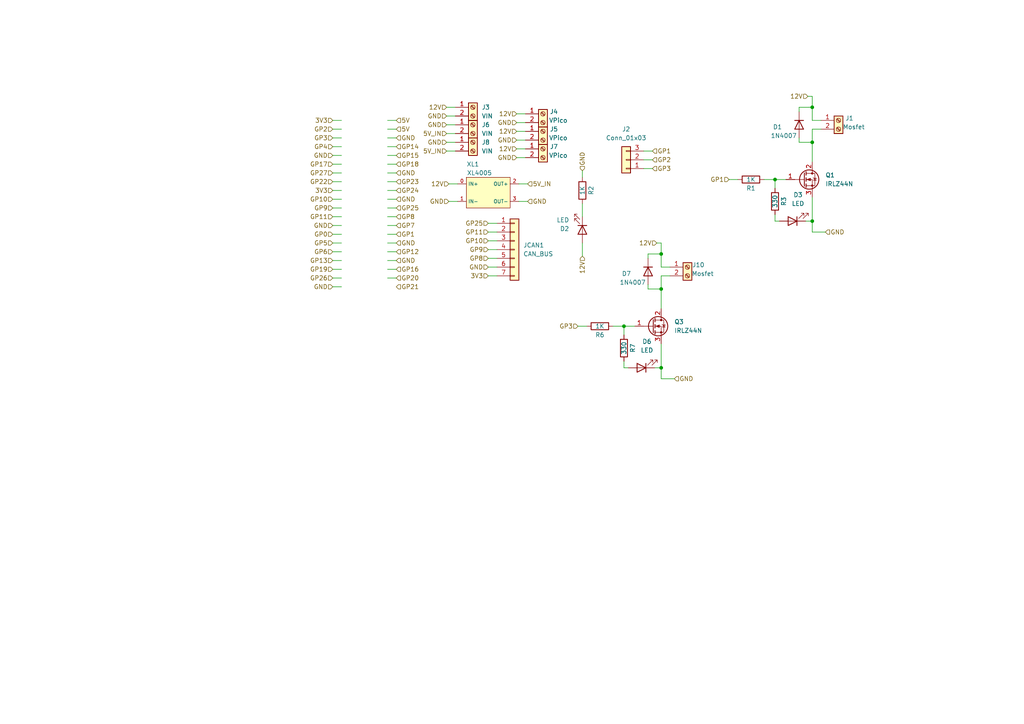
<source format=kicad_sch>
(kicad_sch (version 20250114) (generator "eeschema") (generator_version "9.0")
  (paper "A4")
  (lib_symbols
    (symbol "Connector:Screw_Terminal_01x02" (pin_names (offset 1.016) (hide yes))
      (property "Reference" "J" (at 0 2.54 0))
      (property "Value" "Screw_Terminal_01x02" (at 0 -5.08 0))
      (symbol "Screw_Terminal_01x02_1_1"
        (rectangle (start -1.27 1.27) (end 1.27 -3.81) (stroke (width 0.254)) (fill (type background)))
        (polyline (pts (xy -0.5334 0.3302) (xy 0.3302 -0.508)) (stroke (width 0.1524)))
        (polyline (pts (xy -0.5334 -2.2098) (xy 0.3302 -3.048)) (stroke (width 0.1524)))
        (polyline (pts (xy -0.3556 0.508) (xy 0.508 -0.3302)) (stroke (width 0.1524)))
        (polyline (pts (xy -0.3556 -2.032) (xy 0.508 -2.8702)) (stroke (width 0.1524)))
        (circle (center 0 0) (radius 0.635) (stroke (width 0.1524)))
        (circle (center 0 -2.54) (radius 0.635) (stroke (width 0.1524)))
        (pin passive line (at -5.08 0 0) (length 3.81) (name "Pin_1") (number "1"))
        (pin passive line (at -5.08 -2.54 0) (length 3.81) (name "Pin_2") (number "2"))
      )
    )
    (symbol "Connector_Generic:Conn_01x03" (pin_names (offset 1.016) (hide yes))
      (property "Reference" "J" (at 0 5.08 0))
      (property "Value" "Conn_01x03" (at 0 -5.08 0))
      (symbol "Conn_01x03_1_1"
        (rectangle (start -1.27 3.81) (end 1.27 -3.81) (stroke (width 0.254)) (fill (type background)))
        (rectangle (start -1.27 2.667) (end 0 2.413) (stroke (width 0.1524)))
        (rectangle (start -1.27 0.127) (end 0 -0.127) (stroke (width 0.1524)))
        (rectangle (start -1.27 -2.413) (end 0 -2.667) (stroke (width 0.1524)))
        (pin passive line (at -5.08 2.54 0) (length 3.81) (name "Pin_1") (number "1"))
        (pin passive line (at -5.08 0 0) (length 3.81) (name "Pin_2") (number "2"))
        (pin passive line (at -5.08 -2.54 0) (length 3.81) (name "Pin_3") (number "3"))
      )
    )
    (symbol "Connector_Generic:Conn_01x07" (pin_names (offset 1.016) (hide yes))
      (property "Reference" "J" (at 0 10.16 0))
      (property "Value" "Conn_01x07" (at 0 -10.16 0))
      (symbol "Conn_01x07_1_1"
        (rectangle (start -1.27 8.89) (end 1.27 -8.89) (stroke (width 0.254)) (fill (type background)))
        (rectangle (start -1.27 7.747) (end 0 7.493) (stroke (width 0.1524)))
        (rectangle (start -1.27 5.207) (end 0 4.953) (stroke (width 0.1524)))
        (rectangle (start -1.27 2.667) (end 0 2.413) (stroke (width 0.1524)))
        (rectangle (start -1.27 0.127) (end 0 -0.127) (stroke (width 0.1524)))
        (rectangle (start -1.27 -2.413) (end 0 -2.667) (stroke (width 0.1524)))
        (rectangle (start -1.27 -4.953) (end 0 -5.207) (stroke (width 0.1524)))
        (rectangle (start -1.27 -7.493) (end 0 -7.747) (stroke (width 0.1524)))
        (pin passive line (at -5.08 7.62 0) (length 3.81) (name "Pin_1") (number "1"))
        (pin passive line (at -5.08 5.08 0) (length 3.81) (name "Pin_2") (number "2"))
        (pin passive line (at -5.08 2.54 0) (length 3.81) (name "Pin_3") (number "3"))
        (pin passive line (at -5.08 0 0) (length 3.81) (name "Pin_4") (number "4"))
        (pin passive line (at -5.08 -2.54 0) (length 3.81) (name "Pin_5") (number "5"))
        (pin passive line (at -5.08 -5.08 0) (length 3.81) (name "Pin_6") (number "6"))
        (pin passive line (at -5.08 -7.62 0) (length 3.81) (name "Pin_7") (number "7"))
      )
    )
    (symbol "Custom_Boards:XL4005_Step_Down"
      (property "Reference" "XL" (at -4.826 7.366 0))
      (property "Value" "XL4005" (at -2.54 5.334 0))
      (symbol "XL4005_Step_Down_1_1"
        (rectangle (start -6.35 4.445) (end 6.35 -4.445) (fill (type background)))
        (pin input line (at -8.89 2.54 0) (length 2.54) (name "IN+") (number "0"))
        (pin input line (at -8.89 -2.54 0) (length 2.54) (name "IN-") (number "1"))
        (pin input line (at 8.89 2.54 180) (length 2.54) (name "OUT+") (number "2"))
        (pin input line (at 8.89 -2.54 180) (length 2.54) (name "OUT-") (number "3"))
      )
    )
    (symbol "Device:LED" (pin_numbers (hide yes)) (pin_names (offset 1.016) (hide yes))
      (property "Reference" "D" (at 0 2.54 0))
      (property "Value" "LED" (at 0 -2.54 0))
      (symbol "LED_0_1"
        (polyline (pts (xy -3.048 -0.762) (xy -4.572 -2.286) (xy -3.81 -2.286) (xy -4.572 -2.286) (xy -4.572 -1.524)))
        (polyline (pts (xy -1.778 -0.762) (xy -3.302 -2.286) (xy -2.54 -2.286) (xy -3.302 -2.286) (xy -3.302 -1.524)))
        (polyline (pts (xy -1.27 0) (xy 1.27 0)))
        (polyline (pts (xy -1.27 -1.27) (xy -1.27 1.27)) (stroke (width 0.254)))
        (polyline (pts (xy 1.27 -1.27) (xy 1.27 1.27) (xy -1.27 0) (xy 1.27 -1.27)) (stroke (width 0.254)))
      )
      (symbol "LED_1_1"
        (pin passive line (at -3.81 0 0) (length 2.54) (name "K") (number "1"))
        (pin passive line (at 3.81 0 180) (length 2.54) (name "A") (number "2"))
      )
    )
    (symbol "Device:R" (pin_numbers (hide yes)) (pin_names (offset 0))
      (property "Reference" "R" (at 2.032 0 90))
      (property "Value" "R" (at 0 0 90))
      (symbol "R_0_1"
        (rectangle (start -1.016 -2.54) (end 1.016 2.54) (stroke (width 0.254)))
      )
      (symbol "R_1_1"
        (pin passive line (at 0 3.81 270) (length 1.27) (name "~") (number "1"))
        (pin passive line (at 0 -3.81 90) (length 1.27) (name "~") (number "2"))
      )
    )
    (symbol "Diode:1N4007" (pin_numbers (hide yes)) (pin_names (hide yes))
      (property "Reference" "D" (at 0 2.54 0))
      (property "Value" "1N4007" (at 0 -2.54 0))
      (symbol "1N4007_0_1"
        (polyline (pts (xy -1.27 1.27) (xy -1.27 -1.27)) (stroke (width 0.254)))
        (polyline (pts (xy 1.27 1.27) (xy 1.27 -1.27) (xy -1.27 0) (xy 1.27 1.27)) (stroke (width 0.254)))
        (polyline (pts (xy 1.27 0) (xy -1.27 0)))
      )
      (symbol "1N4007_1_1"
        (pin passive line (at -3.81 0 0) (length 2.54) (name "K") (number "1"))
        (pin passive line (at 3.81 0 180) (length 2.54) (name "A") (number "2"))
      )
    )
    (symbol "Transistor_FET:IRLZ44N" (pin_names (hide yes))
      (property "Reference" "Q" (at 5.08 1.905 0))
      (property "Value" "IRLZ44N" (at 5.08 0 0))
      (symbol "IRLZ44N_0_1"
        (polyline (pts (xy 0.254 1.905) (xy 0.254 -1.905)) (stroke (width 0.254)))
        (polyline (pts (xy 0.254 0) (xy -2.54 0)))
        (polyline (pts (xy 0.762 2.286) (xy 0.762 1.27)) (stroke (width 0.254)))
        (polyline (pts (xy 0.762 0.508) (xy 0.762 -0.508)) (stroke (width 0.254)))
        (polyline (pts (xy 0.762 -1.27) (xy 0.762 -2.286)) (stroke (width 0.254)))
        (polyline (pts (xy 0.762 -1.778) (xy 3.302 -1.778) (xy 3.302 1.778) (xy 0.762 1.778)))
        (polyline (pts (xy 1.016 0) (xy 2.032 0.381) (xy 2.032 -0.381) (xy 1.016 0)) (fill (type outline)))
        (circle (center 1.651 0) (radius 2.794) (stroke (width 0.254)))
        (polyline (pts (xy 2.54 2.54) (xy 2.54 1.778)))
        (circle (center 2.54 1.778) (radius 0.254) (fill (type outline)))
        (circle (center 2.54 -1.778) (radius 0.254) (fill (type outline)))
        (polyline (pts (xy 2.54 -2.54) (xy 2.54 0) (xy 0.762 0)))
        (polyline (pts (xy 2.794 0.508) (xy 2.921 0.381) (xy 3.683 0.381) (xy 3.81 0.254)))
        (polyline (pts (xy 3.302 0.381) (xy 2.921 -0.254) (xy 3.683 -0.254) (xy 3.302 0.381)))
      )
      (symbol "IRLZ44N_1_1"
        (pin input line (at -5.08 0 0) (length 2.54) (name "G") (number "1"))
        (pin passive line (at 2.54 5.08 270) (length 2.54) (name "D") (number "2"))
        (pin passive line (at 2.54 -5.08 90) (length 2.54) (name "S") (number "3"))
      )
    )
  )
  (junction (at 180.975 94.615))
  (junction (at 191.77 83.82))
  (junction (at 191.77 106.68))
  (junction (at 224.79 52.07))
  (junction (at 235.585 64.135))
  (junction (at 235.585 41.275))
  (junction (at 191.77 73.66))
  (junction (at 235.585 31.115))
  (wire (pts (xy 99.06 73.025) (xy 96.52 73.025)))
  (wire (pts (xy 141.605 69.85) (xy 144.145 69.85)))
  (wire (pts (xy 191.77 83.82) (xy 191.77 89.535)))
  (wire (pts (xy 168.91 62.865) (xy 168.91 59.055)))
  (wire (pts (xy 99.06 62.865) (xy 96.52 62.865)))
  (wire (pts (xy 190.5 70.485) (xy 191.77 70.485)))
  (wire (pts (xy 112.395 73.025) (xy 114.935 73.025)))
  (wire (pts (xy 99.06 57.785) (xy 96.52 57.785)))
  (wire (pts (xy 112.395 40.005) (xy 114.935 40.005)))
  (wire (pts (xy 235.585 31.115) (xy 235.585 34.925)))
  (wire (pts (xy 167.64 94.615) (xy 170.18 94.615)))
  (wire (pts (xy 177.8 94.615) (xy 180.975 94.615)))
  (wire (pts (xy 129.54 41.275) (xy 132.08 41.275)))
  (wire (pts (xy 99.06 78.105) (xy 96.52 78.105)))
  (wire (pts (xy 149.86 43.18) (xy 152.4 43.18)))
  (wire (pts (xy 191.77 80.01) (xy 191.77 83.82)))
  (wire (pts (xy 112.395 34.925) (xy 114.935 34.925)))
  (wire (pts (xy 141.605 67.31) (xy 144.145 67.31)))
  (wire (pts (xy 141.605 72.39) (xy 144.145 72.39)))
  (wire (pts (xy 99.06 50.165) (xy 96.52 50.165)))
  (wire (pts (xy 130.175 53.34) (xy 132.715 53.34)))
  (wire (pts (xy 238.125 37.465) (xy 235.585 37.465)))
  (wire (pts (xy 235.585 27.94) (xy 235.585 31.115)))
  (wire (pts (xy 168.91 49.53) (xy 168.91 51.435)))
  (wire (pts (xy 129.54 43.815) (xy 132.08 43.815)))
  (wire (pts (xy 149.86 45.72) (xy 152.4 45.72)))
  (wire (pts (xy 112.395 47.625) (xy 114.935 47.625)))
  (wire (pts (xy 187.96 74.93) (xy 187.96 73.66)))
  (wire (pts (xy 99.06 52.705) (xy 96.52 52.705)))
  (wire (pts (xy 189.865 106.68) (xy 191.77 106.68)))
  (wire (pts (xy 112.395 62.865) (xy 114.935 62.865)))
  (wire (pts (xy 180.975 94.615) (xy 184.15 94.615)))
  (wire (pts (xy 235.585 41.275) (xy 235.585 46.99)))
  (wire (pts (xy 231.775 41.275) (xy 235.585 41.275)))
  (wire (pts (xy 112.395 50.165) (xy 114.935 50.165)))
  (wire (pts (xy 141.605 77.47) (xy 144.145 77.47)))
  (wire (pts (xy 112.395 70.485) (xy 114.935 70.485)))
  (wire (pts (xy 112.395 37.465) (xy 114.935 37.465)))
  (wire (pts (xy 191.77 70.485) (xy 191.77 73.66)))
  (wire (pts (xy 99.06 65.405) (xy 96.52 65.405)))
  (wire (pts (xy 186.69 46.355) (xy 189.23 46.355)))
  (wire (pts (xy 99.06 42.545) (xy 96.52 42.545)))
  (wire (pts (xy 149.86 35.56) (xy 152.4 35.56)))
  (wire (pts (xy 99.06 70.485) (xy 96.52 70.485)))
  (wire (pts (xy 99.06 80.645) (xy 96.52 80.645)))
  (wire (pts (xy 191.77 109.855) (xy 191.77 106.68)))
  (wire (pts (xy 112.395 57.785) (xy 114.935 57.785)))
  (wire (pts (xy 112.395 65.405) (xy 114.935 65.405)))
  (wire (pts (xy 129.54 31.115) (xy 132.08 31.115)))
  (wire (pts (xy 187.96 83.82) (xy 191.77 83.82)))
  (wire (pts (xy 186.69 48.895) (xy 189.23 48.895)))
  (wire (pts (xy 180.975 94.615) (xy 180.975 97.155)))
  (wire (pts (xy 112.395 55.245) (xy 114.935 55.245)))
  (wire (pts (xy 187.96 73.66) (xy 191.77 73.66)))
  (wire (pts (xy 99.06 60.325) (xy 96.52 60.325)))
  (wire (pts (xy 99.06 40.005) (xy 96.52 40.005)))
  (wire (pts (xy 231.775 40.005) (xy 231.775 41.275)))
  (wire (pts (xy 99.06 47.625) (xy 96.52 47.625)))
  (wire (pts (xy 99.06 55.245) (xy 96.52 55.245)))
  (wire (pts (xy 112.395 78.105) (xy 114.935 78.105)))
  (wire (pts (xy 112.395 75.565) (xy 114.935 75.565)))
  (wire (pts (xy 141.605 74.93) (xy 144.145 74.93)))
  (wire (pts (xy 191.77 106.68) (xy 191.77 99.695)))
  (wire (pts (xy 233.68 64.135) (xy 235.585 64.135)))
  (wire (pts (xy 149.86 40.64) (xy 152.4 40.64)))
  (wire (pts (xy 194.31 80.01) (xy 191.77 80.01)))
  (wire (pts (xy 99.06 45.085) (xy 96.52 45.085)))
  (wire (pts (xy 235.585 34.925) (xy 238.125 34.925)))
  (wire (pts (xy 224.79 52.07) (xy 227.965 52.07)))
  (wire (pts (xy 195.58 109.855) (xy 191.77 109.855)))
  (wire (pts (xy 99.06 37.465) (xy 96.52 37.465)))
  (wire (pts (xy 99.06 67.945) (xy 96.52 67.945)))
  (wire (pts (xy 99.06 75.565) (xy 96.52 75.565)))
  (wire (pts (xy 150.495 53.34) (xy 153.035 53.34)))
  (wire (pts (xy 224.79 64.135) (xy 224.79 62.23)))
  (wire (pts (xy 234.315 27.94) (xy 235.585 27.94)))
  (wire (pts (xy 180.975 106.68) (xy 180.975 104.775)))
  (wire (pts (xy 112.395 67.945) (xy 114.935 67.945)))
  (wire (pts (xy 191.77 73.66) (xy 191.77 77.47)))
  (wire (pts (xy 191.77 77.47) (xy 194.31 77.47)))
  (wire (pts (xy 112.395 52.705) (xy 114.935 52.705)))
  (wire (pts (xy 129.54 38.735) (xy 132.08 38.735)))
  (wire (pts (xy 112.395 45.085) (xy 114.935 45.085)))
  (wire (pts (xy 187.96 82.55) (xy 187.96 83.82)))
  (wire (pts (xy 168.91 74.295) (xy 168.91 70.485)))
  (wire (pts (xy 112.395 60.325) (xy 114.935 60.325)))
  (wire (pts (xy 235.585 64.135) (xy 235.585 57.15)))
  (wire (pts (xy 231.775 32.385) (xy 231.775 31.115)))
  (wire (pts (xy 112.395 80.645) (xy 114.935 80.645)))
  (wire (pts (xy 182.245 106.68) (xy 180.975 106.68)))
  (wire (pts (xy 149.86 38.1) (xy 152.4 38.1)))
  (wire (pts (xy 235.585 37.465) (xy 235.585 41.275)))
  (wire (pts (xy 99.06 83.185) (xy 96.52 83.185)))
  (wire (pts (xy 141.605 64.77) (xy 144.145 64.77)))
  (wire (pts (xy 226.06 64.135) (xy 224.79 64.135)))
  (wire (pts (xy 149.86 33.02) (xy 152.4 33.02)))
  (wire (pts (xy 129.54 36.195) (xy 132.08 36.195)))
  (wire (pts (xy 231.775 31.115) (xy 235.585 31.115)))
  (wire (pts (xy 141.605 80.01) (xy 144.145 80.01)))
  (wire (pts (xy 235.585 67.31) (xy 235.585 64.135)))
  (wire (pts (xy 99.06 34.925) (xy 96.52 34.925)))
  (wire (pts (xy 186.69 43.815) (xy 189.23 43.815)))
  (wire (pts (xy 150.495 58.42) (xy 153.035 58.42)))
  (wire (pts (xy 224.79 52.07) (xy 224.79 54.61)))
  (wire (pts (xy 221.615 52.07) (xy 224.79 52.07)))
  (wire (pts (xy 130.175 58.42) (xy 132.715 58.42)))
  (wire (pts (xy 112.395 42.545) (xy 114.935 42.545)))
  (wire (pts (xy 239.395 67.31) (xy 235.585 67.31)))
  (wire (pts (xy 129.54 33.655) (xy 132.08 33.655)))
  (wire (pts (xy 211.455 52.07) (xy 213.995 52.07)))
  (hierarchical_label "GND" (shape input) (at 114.935 50.165 0))
  (hierarchical_label "GP21" (shape input) (at 114.935 83.185 0))
  (hierarchical_label "GP27" (shape input) (at 96.52 50.165 180))
  (hierarchical_label "GND" (shape input) (at 141.605 77.47 180))
  (hierarchical_label "GP17" (shape input) (at 96.52 47.625 180))
  (hierarchical_label "GP10" (shape input) (at 96.52 57.785 180))
  (hierarchical_label "3V3" (shape input) (at 141.605 80.01 180))
  (hierarchical_label "12V" (shape input) (at 168.91 74.295 270))
  (hierarchical_label "12V" (shape input) (at 234.315 27.94 180))
  (hierarchical_label "GP1" (shape input) (at 211.455 52.07 180))
  (hierarchical_label "3V3" (shape input) (at 96.52 55.245 180))
  (hierarchical_label "5V" (shape input) (at 114.935 34.925 0))
  (hierarchical_label "GP23" (shape input) (at 114.935 52.705 0))
  (hierarchical_label "GND" (shape input) (at 96.52 45.085 180))
  (hierarchical_label "GP13" (shape input) (at 96.52 75.565 180))
  (hierarchical_label "12V" (shape input) (at 130.175 53.34 180))
  (hierarchical_label "GP20" (shape input) (at 114.935 80.645 0))
  (hierarchical_label "GP25" (shape input) (at 114.935 60.325 0))
  (hierarchical_label "GND" (shape input) (at 149.86 35.56 180))
  (hierarchical_label "GND" (shape input) (at 195.58 109.855 0))
  (hierarchical_label "5V_IN" (shape input) (at 129.54 43.815 180))
  (hierarchical_label "GND" (shape input) (at 153.035 58.42 0))
  (hierarchical_label "GND" (shape input) (at 149.86 40.64 180))
  (hierarchical_label "3V3" (shape input) (at 96.52 34.925 180))
  (hierarchical_label "GND" (shape input) (at 129.54 33.655 180))
  (hierarchical_label "GP1" (shape input) (at 114.935 67.945 0))
  (hierarchical_label "GP22" (shape input) (at 96.52 52.705 180))
  (hierarchical_label "GND" (shape input) (at 114.935 75.565 0))
  (hierarchical_label "GP3" (shape input) (at 189.23 48.895 0))
  (hierarchical_label "GP8" (shape input) (at 114.935 62.865 0))
  (hierarchical_label "GP5" (shape input) (at 96.52 70.485 180))
  (hierarchical_label "GP14" (shape input) (at 114.935 42.545 0))
  (hierarchical_label "12V" (shape input) (at 190.5 70.485 180))
  (hierarchical_label "GP15" (shape input) (at 114.935 45.085 0))
  (hierarchical_label "GND" (shape input) (at 129.54 36.195 180))
  (hierarchical_label "GP26" (shape input) (at 96.52 80.645 180))
  (hierarchical_label "GND" (shape input) (at 114.935 70.485 0))
  (hierarchical_label "GP25" (shape input) (at 141.605 64.77 180))
  (hierarchical_label "5V" (shape input) (at 114.935 37.465 0))
  (hierarchical_label "GND" (shape input) (at 96.52 65.405 180))
  (hierarchical_label "GP6" (shape input) (at 96.52 73.025 180))
  (hierarchical_label "GP0" (shape input) (at 96.52 67.945 180))
  (hierarchical_label "GP8" (shape input) (at 141.605 74.93 180))
  (hierarchical_label "GP9" (shape input) (at 96.52 60.325 180))
  (hierarchical_label "GP19" (shape input) (at 96.52 78.105 180))
  (hierarchical_label "GP2" (shape input) (at 96.52 37.465 180))
  (hierarchical_label "GND" (shape input) (at 129.54 41.275 180))
  (hierarchical_label "5V_IN" (shape input) (at 153.035 53.34 0))
  (hierarchical_label "GP11" (shape input) (at 96.52 62.865 180))
  (hierarchical_label "GP24" (shape input) (at 114.935 55.245 0))
  (hierarchical_label "GP11" (shape input) (at 141.605 67.31 180))
  (hierarchical_label "12V" (shape input) (at 149.86 43.18 180))
  (hierarchical_label "GP3" (shape input) (at 167.64 94.615 180))
  (hierarchical_label "GND" (shape input) (at 130.175 58.42 180))
  (hierarchical_label "5V_IN" (shape input) (at 129.54 38.735 180))
  (hierarchical_label "GND" (shape input) (at 168.91 49.53 90))
  (hierarchical_label "GP4" (shape input) (at 96.52 42.545 180))
  (hierarchical_label "GP12" (shape input) (at 114.935 73.025 0))
  (hierarchical_label "12V" (shape input) (at 149.86 38.1 180))
  (hierarchical_label "GND" (shape input) (at 149.86 45.72 180))
  (hierarchical_label "GP9" (shape input) (at 141.605 72.39 180))
  (hierarchical_label "12V" (shape input) (at 149.86 33.02 180))
  (hierarchical_label "GND" (shape input) (at 114.935 40.005 0))
  (hierarchical_label "GP3" (shape input) (at 96.52 40.005 180))
  (hierarchical_label "12V" (shape input) (at 129.54 31.115 180))
  (hierarchical_label "GND" (shape input) (at 239.395 67.31 0))
  (hierarchical_label "GP7" (shape input) (at 114.935 65.405 0))
  (hierarchical_label "GP1" (shape input) (at 189.23 43.815 0))
  (hierarchical_label "GP18" (shape input) (at 114.935 47.625 0))
  (hierarchical_label "GND" (shape input) (at 96.52 83.185 180))
  (hierarchical_label "GP16" (shape input) (at 114.935 78.105 0))
  (hierarchical_label "GP2" (shape input) (at 189.23 46.355 0))
  (hierarchical_label "GND" (shape input) (at 114.935 57.785 0))
  (hierarchical_label "GP10" (shape input) (at 141.605 69.85 180))
  (symbol (lib_id "Connector:Screw_Terminal_01x02") (at 157.48 43.18 0) (unit 1)
    (property "Reference" "J7" (at 160.655 42.545 0))
    (property "Value" "VPico" (at 161.925 45.085 0))
    (property "Footprint" "TerminalBlock_Phoenix:TerminalBlock_Phoenix_MKDS-1,5-2_1x02_P5.00mm_Horizontal" (effects (hide yes)))
    (property "Description" "Generic screw terminal, single row, 01x02, script generated (kicad-library-utils/schlib/autogen/connector/)" (effects (hide yes)))
  )
  (symbol (lib_id "Connector_Generic:Conn_01x07") (at 149.225 72.39 0) (unit 1)
    (property "Reference" "JCAN1" (at 151.765 71.1199 0) (effects (justify left)))
    (property "Value" "CAN_BUS" (at 151.765 73.6599 0) (effects (justify left)))
    (property "Footprint" "Connector_PinHeader_2.54mm:PinHeader_1x07_P2.54mm_Vertical" (effects (hide yes)))
    (property "Description" "Generic connector, single row, 01x07, script generated (kicad-library-utils/schlib/autogen/connector/)" (effects (hide yes)))
  )
  (symbol (lib_id "Connector:Screw_Terminal_01x02") (at 137.16 31.115 0) (unit 1)
    (property "Reference" "J3" (at 139.7 31.1149 0) (effects (justify left)))
    (property "Value" "VIN" (at 139.7 33.6549 0) (effects (justify left)))
    (property "Footprint" "TerminalBlock_Phoenix:TerminalBlock_Phoenix_MKDS-1,5-2_1x02_P5.00mm_Horizontal" (effects (hide yes)))
    (property "Description" "Generic screw terminal, single row, 01x02, script generated (kicad-library-utils/schlib/autogen/connector/)" (effects (hide yes)))
  )
  (symbol (lib_id "Connector_Generic:Conn_01x03") (at 181.61 46.355 180) (unit 1)
    (property "Reference" "J2" (at 181.61 37.465 0))
    (property "Value" "Conn_01x03" (at 181.61 40.005 0))
    (property "Footprint" "Connector_PinHeader_2.54mm:PinHeader_1x03_P2.54mm_Vertical" (effects (hide yes)))
    (property "Description" "Generic connector, single row, 01x03, script generated (kicad-library-utils/schlib/autogen/connector/)" (effects (hide yes)))
  )
  (symbol (lib_id "Custom_Boards:XL4005_Step_Down") (at 141.605 55.88 0) (unit 1)
    (property "Reference" "XL1" (at 137.16 47.625 0))
    (property "Value" "XL4005" (at 139.065 50.165 0))
    (property "Footprint" "Custom_footprints:XL4005 footprint" (effects (hide yes)))
  )
  (symbol (lib_id "Connector:Screw_Terminal_01x02") (at 137.16 41.275 0) (unit 1)
    (property "Reference" "J8" (at 139.7 41.2749 0) (effects (justify left)))
    (property "Value" "VIN" (at 139.7 43.8149 0) (effects (justify left)))
    (property "Footprint" "TerminalBlock_Phoenix:TerminalBlock_Phoenix_MKDS-1,5-2_1x02_P5.00mm_Horizontal" (effects (hide yes)))
    (property "Description" "Generic screw terminal, single row, 01x02, script generated (kicad-library-utils/schlib/autogen/connector/)" (effects (hide yes)))
  )
  (symbol (lib_id "Diode:1N4007") (at 187.96 78.74 270) (unit 1)
    (property "Reference" "D7" (at 180.34 79.375 90) (effects (justify left)))
    (property "Value" "1N4007" (at 179.705 81.915 90) (effects (justify left)))
    (property "Footprint" "Diode_THT:D_DO-41_SOD81_P10.16mm_Horizontal" (effects (hide yes)))
    (property "Datasheet" "http://www.vishay.com/docs/88503/1n4001.pdf" (effects (hide yes)))
    (property "Description" "1000V 1A General Purpose Rectifier Diode, DO-41" (effects (hide yes)))
    (property "Sim.Device" "D" (effects (hide yes)))
    (property "Sim.Pins" "1=K 2=A" (effects (hide yes)))
  )
  (symbol (lib_id "Diode:1N4007") (at 231.775 36.195 270) (unit 1)
    (property "Reference" "D1" (at 224.155 36.83 90) (effects (justify left)))
    (property "Value" "1N4007" (at 223.52 39.37 90) (effects (justify left)))
    (property "Footprint" "Diode_THT:D_DO-41_SOD81_P10.16mm_Horizontal" (effects (hide yes)))
    (property "Datasheet" "http://www.vishay.com/docs/88503/1n4001.pdf" (effects (hide yes)))
    (property "Description" "1000V 1A General Purpose Rectifier Diode, DO-41" (effects (hide yes)))
    (property "Sim.Device" "D" (effects (hide yes)))
    (property "Sim.Pins" "1=K 2=A" (effects (hide yes)))
  )
  (symbol (lib_id "Device:LED") (at 229.87 64.135 180) (unit 1)
    (property "Reference" "D3" (at 231.4575 56.515 0))
    (property "Value" "LED" (at 231.4575 59.055 0))
    (property "Footprint" "LED_THT:LED_D5.0mm" (effects (hide yes)))
    (property "Description" "Light emitting diode" (effects (hide yes)))
    (property "Sim.Pins" "1=K 2=A" (effects (hide yes)))
  )
  (symbol (lib_id "Connector:Screw_Terminal_01x02") (at 157.48 38.1 0) (unit 1)
    (property "Reference" "J5" (at 160.655 37.465 0))
    (property "Value" "VPico" (at 161.925 40.005 0))
    (property "Footprint" "TerminalBlock_Phoenix:TerminalBlock_Phoenix_MKDS-1,5-2_1x02_P5.00mm_Horizontal" (effects (hide yes)))
    (property "Description" "Generic screw terminal, single row, 01x02, script generated (kicad-library-utils/schlib/autogen/connector/)" (effects (hide yes)))
  )
  (symbol (lib_id "Connector:Screw_Terminal_01x02") (at 243.205 34.925 0) (unit 1)
    (property "Reference" "J1" (at 246.38 34.29 0))
    (property "Value" "Mosfet" (at 247.65 36.83 0))
    (property "Footprint" "TerminalBlock_Phoenix:TerminalBlock_Phoenix_MKDS-1,5-2_1x02_P5.00mm_Horizontal" (effects (hide yes)))
    (property "Description" "Generic screw terminal, single row, 01x02, script generated (kicad-library-utils/schlib/autogen/connector/)" (effects (hide yes)))
  )
  (symbol (lib_id "Device:R") (at 180.975 100.965 0) (unit 1)
    (property "Reference" "R7" (at 183.515 100.965 90))
    (property "Value" "330" (at 180.975 100.965 90))
    (property "Footprint" "Resistor_THT:R_Axial_DIN0309_L9.0mm_D3.2mm_P12.70mm_Horizontal" (effects (hide yes)))
    (property "Description" "Resistor" (effects (hide yes)))
  )
  (symbol (lib_id "Connector:Screw_Terminal_01x02") (at 199.39 77.47 0) (unit 1)
    (property "Reference" "J10" (at 202.565 76.835 0))
    (property "Value" "Mosfet" (at 203.835 79.375 0))
    (property "Footprint" "TerminalBlock_Phoenix:TerminalBlock_Phoenix_MKDS-1,5-2_1x02_P5.00mm_Horizontal" (effects (hide yes)))
    (property "Description" "Generic screw terminal, single row, 01x02, script generated (kicad-library-utils/schlib/autogen/connector/)" (effects (hide yes)))
  )
  (symbol (lib_id "Device:R") (at 217.805 52.07 270) (unit 1)
    (property "Reference" "R1" (at 217.805 54.61 90))
    (property "Value" "1K" (at 217.805 52.07 90))
    (property "Footprint" "Resistor_THT:R_Axial_DIN0309_L9.0mm_D3.2mm_P12.70mm_Horizontal" (effects (hide yes)))
    (property "Description" "Resistor" (effects (hide yes)))
  )
  (symbol (lib_id "Device:LED") (at 186.055 106.68 180) (unit 1)
    (property "Reference" "D6" (at 187.6425 99.06 0))
    (property "Value" "LED" (at 187.6425 101.6 0))
    (property "Footprint" "LED_THT:LED_D5.0mm" (effects (hide yes)))
    (property "Description" "Light emitting diode" (effects (hide yes)))
    (property "Sim.Pins" "1=K 2=A" (effects (hide yes)))
  )
  (symbol (lib_id "Connector:Screw_Terminal_01x02") (at 137.16 36.195 0) (unit 1)
    (property "Reference" "J6" (at 139.7 36.1949 0) (effects (justify left)))
    (property "Value" "VIN" (at 139.7 38.7349 0) (effects (justify left)))
    (property "Footprint" "TerminalBlock_Phoenix:TerminalBlock_Phoenix_MKDS-1,5-2_1x02_P5.00mm_Horizontal" (effects (hide yes)))
    (property "Description" "Generic screw terminal, single row, 01x02, script generated (kicad-library-utils/schlib/autogen/connector/)" (effects (hide yes)))
  )
  (symbol (lib_id "Transistor_FET:IRLZ44N") (at 233.045 52.07 0) (unit 1)
    (property "Reference" "Q1" (at 239.395 50.7999 0) (effects (justify left)))
    (property "Value" "IRLZ44N" (at 239.395 53.3399 0) (effects (justify left)))
    (property "Footprint" "Package_TO_SOT_THT:TO-220-3_Vertical" (effects (hide yes)))
    (property "Datasheet" "http://www.irf.com/product-info/datasheets/data/irlz44n.pdf" (effects (hide yes)))
    (property "Description" "47A Id, 55V Vds, 22mOhm Rds Single N-Channel HEXFET Power MOSFET, TO-220AB" (effects (hide yes)))
  )
  (symbol (lib_id "Device:LED") (at 168.91 66.675 270) (unit 1)
    (property "Reference" "D2" (at 165.1 66.3576 90) (effects (justify right)))
    (property "Value" "LED" (at 165.1 63.8176 90) (effects (justify right)))
    (property "Footprint" "LED_THT:LED_D5.0mm" (effects (hide yes)))
    (property "Description" "Light emitting diode" (effects (hide yes)))
    (property "Sim.Pins" "1=K 2=A" (effects (hide yes)))
  )
  (symbol (lib_id "Transistor_FET:IRLZ44N") (at 189.23 94.615 0) (unit 1)
    (property "Reference" "Q3" (at 195.58 93.3449 0) (effects (justify left)))
    (property "Value" "IRLZ44N" (at 195.58 95.8849 0) (effects (justify left)))
    (property "Footprint" "Package_TO_SOT_THT:TO-220-3_Vertical" (effects (hide yes)))
    (property "Datasheet" "http://www.irf.com/product-info/datasheets/data/irlz44n.pdf" (effects (hide yes)))
    (property "Description" "47A Id, 55V Vds, 22mOhm Rds Single N-Channel HEXFET Power MOSFET, TO-220AB" (effects (hide yes)))
  )
  (symbol (lib_id "Device:R") (at 173.99 94.615 270) (unit 1)
    (property "Reference" "R6" (at 173.99 97.155 90))
    (property "Value" "1K" (at 173.99 94.615 90))
    (property "Footprint" "Resistor_THT:R_Axial_DIN0309_L9.0mm_D3.2mm_P12.70mm_Horizontal" (effects (hide yes)))
    (property "Description" "Resistor" (effects (hide yes)))
  )
  (symbol (lib_id "Connector:Screw_Terminal_01x02") (at 157.48 33.02 0) (unit 1)
    (property "Reference" "J4" (at 160.655 32.385 0))
    (property "Value" "VPico" (at 161.925 34.925 0))
    (property "Footprint" "TerminalBlock_Phoenix:TerminalBlock_Phoenix_MKDS-1,5-2_1x02_P5.00mm_Horizontal" (effects (hide yes)))
    (property "Description" "Generic screw terminal, single row, 01x02, script generated (kicad-library-utils/schlib/autogen/connector/)" (effects (hide yes)))
  )
  (symbol (lib_id "Device:R") (at 224.79 58.42 0) (unit 1)
    (property "Reference" "R3" (at 227.33 58.42 90))
    (property "Value" "330" (at 224.79 58.42 90))
    (property "Footprint" "Resistor_THT:R_Axial_DIN0309_L9.0mm_D3.2mm_P12.70mm_Horizontal" (effects (hide yes)))
    (property "Description" "Resistor" (effects (hide yes)))
  )
  (symbol (lib_id "Device:R") (at 168.91 55.245 0) (unit 1)
    (property "Reference" "R2" (at 171.45 55.245 90))
    (property "Value" "1K" (at 168.91 55.245 90))
    (property "Footprint" "Resistor_THT:R_Axial_DIN0309_L9.0mm_D3.2mm_P12.70mm_Horizontal" (effects (hide yes)))
    (property "Description" "Resistor" (effects (hide yes)))
  )
)
</source>
